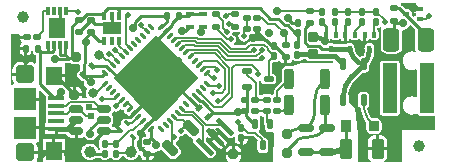
<source format=gtl>
G04 Layer_Physical_Order=1*
G04 Layer_Color=255*
%FSLAX25Y25*%
%MOIN*%
G70*
G01*
G75*
%ADD10C,0.01969*%
%ADD11C,0.01575*%
%ADD12C,0.00598*%
%ADD13C,0.00984*%
%ADD14C,0.01575*%
G04:AMPARAMS|DCode=15|XSize=23.62mil|YSize=47.24mil|CornerRadius=5.91mil|HoleSize=0mil|Usage=FLASHONLY|Rotation=90.000|XOffset=0mil|YOffset=0mil|HoleType=Round|Shape=RoundedRectangle|*
%AMROUNDEDRECTD15*
21,1,0.02362,0.03543,0,0,90.0*
21,1,0.01181,0.04724,0,0,90.0*
1,1,0.01181,0.01772,0.00591*
1,1,0.01181,0.01772,-0.00591*
1,1,0.01181,-0.01772,-0.00591*
1,1,0.01181,-0.01772,0.00591*
%
%ADD15ROUNDEDRECTD15*%
%ADD16R,0.02520X0.01772*%
G04:AMPARAMS|DCode=17|XSize=21.65mil|YSize=23.62mil|CornerRadius=5.41mil|HoleSize=0mil|Usage=FLASHONLY|Rotation=0.000|XOffset=0mil|YOffset=0mil|HoleType=Round|Shape=RoundedRectangle|*
%AMROUNDEDRECTD17*
21,1,0.02165,0.01280,0,0,0.0*
21,1,0.01083,0.02362,0,0,0.0*
1,1,0.01083,0.00541,-0.00640*
1,1,0.01083,-0.00541,-0.00640*
1,1,0.01083,-0.00541,0.00640*
1,1,0.01083,0.00541,0.00640*
%
%ADD17ROUNDEDRECTD17*%
G04:AMPARAMS|DCode=18|XSize=25.2mil|YSize=17.72mil|CornerRadius=4.43mil|HoleSize=0mil|Usage=FLASHONLY|Rotation=0.000|XOffset=0mil|YOffset=0mil|HoleType=Round|Shape=RoundedRectangle|*
%AMROUNDEDRECTD18*
21,1,0.02520,0.00886,0,0,0.0*
21,1,0.01634,0.01772,0,0,0.0*
1,1,0.00886,0.00817,-0.00443*
1,1,0.00886,-0.00817,-0.00443*
1,1,0.00886,-0.00817,0.00443*
1,1,0.00886,0.00817,0.00443*
%
%ADD18ROUNDEDRECTD18*%
G04:AMPARAMS|DCode=19|XSize=21.65mil|YSize=23.62mil|CornerRadius=5.41mil|HoleSize=0mil|Usage=FLASHONLY|Rotation=90.000|XOffset=0mil|YOffset=0mil|HoleType=Round|Shape=RoundedRectangle|*
%AMROUNDEDRECTD19*
21,1,0.02165,0.01280,0,0,90.0*
21,1,0.01083,0.02362,0,0,90.0*
1,1,0.01083,0.00640,0.00541*
1,1,0.01083,0.00640,-0.00541*
1,1,0.01083,-0.00640,-0.00541*
1,1,0.01083,-0.00640,0.00541*
%
%ADD19ROUNDEDRECTD19*%
G04:AMPARAMS|DCode=20|XSize=19.69mil|YSize=35.43mil|CornerRadius=4.92mil|HoleSize=0mil|Usage=FLASHONLY|Rotation=90.000|XOffset=0mil|YOffset=0mil|HoleType=Round|Shape=RoundedRectangle|*
%AMROUNDEDRECTD20*
21,1,0.01969,0.02559,0,0,90.0*
21,1,0.00984,0.03543,0,0,90.0*
1,1,0.00984,0.01280,0.00492*
1,1,0.00984,0.01280,-0.00492*
1,1,0.00984,-0.01280,-0.00492*
1,1,0.00984,-0.01280,0.00492*
%
%ADD20ROUNDEDRECTD20*%
G04:AMPARAMS|DCode=21|XSize=19.69mil|YSize=35.43mil|CornerRadius=4.92mil|HoleSize=0mil|Usage=FLASHONLY|Rotation=0.000|XOffset=0mil|YOffset=0mil|HoleType=Round|Shape=RoundedRectangle|*
%AMROUNDEDRECTD21*
21,1,0.01969,0.02559,0,0,0.0*
21,1,0.00984,0.03543,0,0,0.0*
1,1,0.00984,0.00492,-0.01280*
1,1,0.00984,-0.00492,-0.01280*
1,1,0.00984,-0.00492,0.01280*
1,1,0.00984,0.00492,0.01280*
%
%ADD21ROUNDEDRECTD21*%
G04:AMPARAMS|DCode=22|XSize=51.18mil|YSize=27.56mil|CornerRadius=6.89mil|HoleSize=0mil|Usage=FLASHONLY|Rotation=0.000|XOffset=0mil|YOffset=0mil|HoleType=Round|Shape=RoundedRectangle|*
%AMROUNDEDRECTD22*
21,1,0.05118,0.01378,0,0,0.0*
21,1,0.03740,0.02756,0,0,0.0*
1,1,0.01378,0.01870,-0.00689*
1,1,0.01378,-0.01870,-0.00689*
1,1,0.01378,-0.01870,0.00689*
1,1,0.01378,0.01870,0.00689*
%
%ADD22ROUNDEDRECTD22*%
G04:AMPARAMS|DCode=23|XSize=11.81mil|YSize=27.56mil|CornerRadius=2.95mil|HoleSize=0mil|Usage=FLASHONLY|Rotation=180.000|XOffset=0mil|YOffset=0mil|HoleType=Round|Shape=RoundedRectangle|*
%AMROUNDEDRECTD23*
21,1,0.01181,0.02165,0,0,180.0*
21,1,0.00591,0.02756,0,0,180.0*
1,1,0.00591,-0.00295,0.01083*
1,1,0.00591,0.00295,0.01083*
1,1,0.00591,0.00295,-0.01083*
1,1,0.00591,-0.00295,-0.01083*
%
%ADD23ROUNDEDRECTD23*%
%ADD24R,0.06299X0.03937*%
G04:AMPARAMS|DCode=25|XSize=29.53mil|YSize=57.09mil|CornerRadius=7.38mil|HoleSize=0mil|Usage=FLASHONLY|Rotation=225.000|XOffset=0mil|YOffset=0mil|HoleType=Round|Shape=RoundedRectangle|*
%AMROUNDEDRECTD25*
21,1,0.02953,0.04232,0,0,225.0*
21,1,0.01476,0.05709,0,0,225.0*
1,1,0.01476,-0.02018,0.00974*
1,1,0.01476,-0.00974,0.02018*
1,1,0.01476,0.02018,-0.00974*
1,1,0.01476,0.00974,-0.02018*
%
%ADD25ROUNDEDRECTD25*%
G04:AMPARAMS|DCode=26|XSize=11.81mil|YSize=29.53mil|CornerRadius=2.95mil|HoleSize=0mil|Usage=FLASHONLY|Rotation=0.000|XOffset=0mil|YOffset=0mil|HoleType=Round|Shape=RoundedRectangle|*
%AMROUNDEDRECTD26*
21,1,0.01181,0.02362,0,0,0.0*
21,1,0.00591,0.02953,0,0,0.0*
1,1,0.00591,0.00295,-0.01181*
1,1,0.00591,-0.00295,-0.01181*
1,1,0.00591,-0.00295,0.01181*
1,1,0.00591,0.00295,0.01181*
%
%ADD26ROUNDEDRECTD26*%
%ADD27R,0.05709X0.06890*%
G04:AMPARAMS|DCode=28|XSize=23.62mil|YSize=27.56mil|CornerRadius=5.91mil|HoleSize=0mil|Usage=FLASHONLY|Rotation=180.000|XOffset=0mil|YOffset=0mil|HoleType=Round|Shape=RoundedRectangle|*
%AMROUNDEDRECTD28*
21,1,0.02362,0.01575,0,0,180.0*
21,1,0.01181,0.02756,0,0,180.0*
1,1,0.01181,-0.00591,0.00787*
1,1,0.01181,0.00591,0.00787*
1,1,0.01181,0.00591,-0.00787*
1,1,0.01181,-0.00591,-0.00787*
%
%ADD28ROUNDEDRECTD28*%
G04:AMPARAMS|DCode=29|XSize=35.43mil|YSize=31.5mil|CornerRadius=7.87mil|HoleSize=0mil|Usage=FLASHONLY|Rotation=0.000|XOffset=0mil|YOffset=0mil|HoleType=Round|Shape=RoundedRectangle|*
%AMROUNDEDRECTD29*
21,1,0.03543,0.01575,0,0,0.0*
21,1,0.01969,0.03150,0,0,0.0*
1,1,0.01575,0.00984,-0.00787*
1,1,0.01575,-0.00984,-0.00787*
1,1,0.01575,-0.00984,0.00787*
1,1,0.01575,0.00984,0.00787*
%
%ADD29ROUNDEDRECTD29*%
G04:AMPARAMS|DCode=30|XSize=25.2mil|YSize=17.72mil|CornerRadius=4.43mil|HoleSize=0mil|Usage=FLASHONLY|Rotation=90.000|XOffset=0mil|YOffset=0mil|HoleType=Round|Shape=RoundedRectangle|*
%AMROUNDEDRECTD30*
21,1,0.02520,0.00886,0,0,90.0*
21,1,0.01634,0.01772,0,0,90.0*
1,1,0.00886,0.00443,0.00817*
1,1,0.00886,0.00443,-0.00817*
1,1,0.00886,-0.00443,-0.00817*
1,1,0.00886,-0.00443,0.00817*
%
%ADD30ROUNDEDRECTD30*%
G04:AMPARAMS|DCode=31|XSize=13.78mil|YSize=21.65mil|CornerRadius=3.45mil|HoleSize=0mil|Usage=FLASHONLY|Rotation=0.000|XOffset=0mil|YOffset=0mil|HoleType=Round|Shape=RoundedRectangle|*
%AMROUNDEDRECTD31*
21,1,0.01378,0.01476,0,0,0.0*
21,1,0.00689,0.02165,0,0,0.0*
1,1,0.00689,0.00345,-0.00738*
1,1,0.00689,-0.00345,-0.00738*
1,1,0.00689,-0.00345,0.00738*
1,1,0.00689,0.00345,0.00738*
%
%ADD31ROUNDEDRECTD31*%
G04:AMPARAMS|DCode=32|XSize=13.78mil|YSize=21.65mil|CornerRadius=3.45mil|HoleSize=0mil|Usage=FLASHONLY|Rotation=45.000|XOffset=0mil|YOffset=0mil|HoleType=Round|Shape=RoundedRectangle|*
%AMROUNDEDRECTD32*
21,1,0.01378,0.01476,0,0,45.0*
21,1,0.00689,0.02165,0,0,45.0*
1,1,0.00689,0.00766,-0.00278*
1,1,0.00689,0.00278,-0.00766*
1,1,0.00689,-0.00766,0.00278*
1,1,0.00689,-0.00278,0.00766*
%
%ADD32ROUNDEDRECTD32*%
G04:AMPARAMS|DCode=33|XSize=13.78mil|YSize=21.65mil|CornerRadius=3.45mil|HoleSize=0mil|Usage=FLASHONLY|Rotation=270.000|XOffset=0mil|YOffset=0mil|HoleType=Round|Shape=RoundedRectangle|*
%AMROUNDEDRECTD33*
21,1,0.01378,0.01476,0,0,270.0*
21,1,0.00689,0.02165,0,0,270.0*
1,1,0.00689,-0.00738,-0.00345*
1,1,0.00689,-0.00738,0.00345*
1,1,0.00689,0.00738,0.00345*
1,1,0.00689,0.00738,-0.00345*
%
%ADD33ROUNDEDRECTD33*%
%ADD34P,0.15033X4X270.0*%
%ADD35P,0.15033X4X360.0*%
G04:AMPARAMS|DCode=36|XSize=9.84mil|YSize=29.53mil|CornerRadius=0mil|HoleSize=0mil|Usage=FLASHONLY|Rotation=225.000|XOffset=0mil|YOffset=0mil|HoleType=Round|Shape=Round|*
%AMOVALD36*
21,1,0.01969,0.00984,0.00000,0.00000,315.0*
1,1,0.00984,-0.00696,0.00696*
1,1,0.00984,0.00696,-0.00696*
%
%ADD36OVALD36*%

G04:AMPARAMS|DCode=37|XSize=9.84mil|YSize=29.53mil|CornerRadius=0mil|HoleSize=0mil|Usage=FLASHONLY|Rotation=135.000|XOffset=0mil|YOffset=0mil|HoleType=Round|Shape=Round|*
%AMOVALD37*
21,1,0.01969,0.00984,0.00000,0.00000,225.0*
1,1,0.00984,0.00696,0.00696*
1,1,0.00984,-0.00696,-0.00696*
%
%ADD37OVALD37*%

G04:AMPARAMS|DCode=38|XSize=68.9mil|YSize=31.5mil|CornerRadius=7.87mil|HoleSize=0mil|Usage=FLASHONLY|Rotation=90.000|XOffset=0mil|YOffset=0mil|HoleType=Round|Shape=RoundedRectangle|*
%AMROUNDEDRECTD38*
21,1,0.06890,0.01575,0,0,90.0*
21,1,0.05315,0.03150,0,0,90.0*
1,1,0.01575,0.00787,0.02658*
1,1,0.01575,0.00787,-0.02658*
1,1,0.01575,-0.00787,-0.02658*
1,1,0.01575,-0.00787,0.02658*
%
%ADD38ROUNDEDRECTD38*%
G04:AMPARAMS|DCode=39|XSize=66.93mil|YSize=43.31mil|CornerRadius=10.83mil|HoleSize=0mil|Usage=FLASHONLY|Rotation=270.000|XOffset=0mil|YOffset=0mil|HoleType=Round|Shape=RoundedRectangle|*
%AMROUNDEDRECTD39*
21,1,0.06693,0.02165,0,0,270.0*
21,1,0.04528,0.04331,0,0,270.0*
1,1,0.02165,-0.01083,-0.02264*
1,1,0.02165,-0.01083,0.02264*
1,1,0.02165,0.01083,0.02264*
1,1,0.02165,0.01083,-0.02264*
%
%ADD39ROUNDEDRECTD39*%
G04:AMPARAMS|DCode=40|XSize=78.74mil|YSize=55.12mil|CornerRadius=13.78mil|HoleSize=0mil|Usage=FLASHONLY|Rotation=90.000|XOffset=0mil|YOffset=0mil|HoleType=Round|Shape=RoundedRectangle|*
%AMROUNDEDRECTD40*
21,1,0.07874,0.02756,0,0,90.0*
21,1,0.05118,0.05512,0,0,90.0*
1,1,0.02756,0.01378,0.02559*
1,1,0.02756,0.01378,-0.02559*
1,1,0.02756,-0.01378,-0.02559*
1,1,0.02756,-0.01378,0.02559*
%
%ADD40ROUNDEDRECTD40*%
G04:AMPARAMS|DCode=41|XSize=25.2mil|YSize=17.72mil|CornerRadius=4.43mil|HoleSize=0mil|Usage=FLASHONLY|Rotation=225.000|XOffset=0mil|YOffset=0mil|HoleType=Round|Shape=RoundedRectangle|*
%AMROUNDEDRECTD41*
21,1,0.02520,0.00886,0,0,225.0*
21,1,0.01634,0.01772,0,0,225.0*
1,1,0.00886,-0.00891,-0.00265*
1,1,0.00886,0.00265,0.00891*
1,1,0.00886,0.00891,0.00265*
1,1,0.00886,-0.00265,-0.00891*
%
%ADD41ROUNDEDRECTD41*%
G04:AMPARAMS|DCode=42|XSize=15.75mil|YSize=74.8mil|CornerRadius=3.94mil|HoleSize=0mil|Usage=FLASHONLY|Rotation=225.000|XOffset=0mil|YOffset=0mil|HoleType=Round|Shape=RoundedRectangle|*
%AMROUNDEDRECTD42*
21,1,0.01575,0.06693,0,0,225.0*
21,1,0.00787,0.07480,0,0,225.0*
1,1,0.00787,-0.02645,0.02088*
1,1,0.00787,-0.02088,0.02645*
1,1,0.00787,0.02645,-0.02088*
1,1,0.00787,0.02088,-0.02645*
%
%ADD42ROUNDEDRECTD42*%
G04:AMPARAMS|DCode=43|XSize=39.37mil|YSize=21.65mil|CornerRadius=5.41mil|HoleSize=0mil|Usage=FLASHONLY|Rotation=270.000|XOffset=0mil|YOffset=0mil|HoleType=Round|Shape=RoundedRectangle|*
%AMROUNDEDRECTD43*
21,1,0.03937,0.01083,0,0,270.0*
21,1,0.02854,0.02165,0,0,270.0*
1,1,0.01083,-0.00541,-0.01427*
1,1,0.01083,-0.00541,0.01427*
1,1,0.01083,0.00541,0.01427*
1,1,0.01083,0.00541,-0.01427*
%
%ADD43ROUNDEDRECTD43*%
G04:AMPARAMS|DCode=44|XSize=35.43mil|YSize=35.43mil|CornerRadius=8.86mil|HoleSize=0mil|Usage=FLASHONLY|Rotation=0.000|XOffset=0mil|YOffset=0mil|HoleType=Round|Shape=RoundedRectangle|*
%AMROUNDEDRECTD44*
21,1,0.03543,0.01772,0,0,0.0*
21,1,0.01772,0.03543,0,0,0.0*
1,1,0.01772,0.00886,-0.00886*
1,1,0.01772,-0.00886,-0.00886*
1,1,0.01772,-0.00886,0.00886*
1,1,0.01772,0.00886,0.00886*
%
%ADD44ROUNDEDRECTD44*%
G04:AMPARAMS|DCode=45|XSize=35.43mil|YSize=43.31mil|CornerRadius=8.86mil|HoleSize=0mil|Usage=FLASHONLY|Rotation=0.000|XOffset=0mil|YOffset=0mil|HoleType=Round|Shape=RoundedRectangle|*
%AMROUNDEDRECTD45*
21,1,0.03543,0.02559,0,0,0.0*
21,1,0.01772,0.04331,0,0,0.0*
1,1,0.01772,0.00886,-0.01280*
1,1,0.01772,-0.00886,-0.01280*
1,1,0.01772,-0.00886,0.01280*
1,1,0.01772,0.00886,0.01280*
%
%ADD45ROUNDEDRECTD45*%
G04:AMPARAMS|DCode=46|XSize=25.2mil|YSize=17.72mil|CornerRadius=4.43mil|HoleSize=0mil|Usage=FLASHONLY|Rotation=135.000|XOffset=0mil|YOffset=0mil|HoleType=Round|Shape=RoundedRectangle|*
%AMROUNDEDRECTD46*
21,1,0.02520,0.00886,0,0,135.0*
21,1,0.01634,0.01772,0,0,135.0*
1,1,0.00886,-0.00265,0.00891*
1,1,0.00886,0.00891,-0.00265*
1,1,0.00886,0.00265,-0.00891*
1,1,0.00886,-0.00891,0.00265*
%
%ADD46ROUNDEDRECTD46*%
%ADD47R,0.07480X0.07480*%
%ADD48R,0.05512X0.06299*%
%ADD49R,0.05512X0.01575*%
%ADD50R,0.04882X0.16693*%
%ADD51R,0.04882X0.16732*%
G04:AMPARAMS|DCode=52|XSize=31.5mil|YSize=31.5mil|CornerRadius=7.87mil|HoleSize=0mil|Usage=FLASHONLY|Rotation=0.000|XOffset=0mil|YOffset=0mil|HoleType=Round|Shape=RoundedRectangle|*
%AMROUNDEDRECTD52*
21,1,0.03150,0.01575,0,0,0.0*
21,1,0.01575,0.03150,0,0,0.0*
1,1,0.01575,0.00787,-0.00787*
1,1,0.01575,-0.00787,-0.00787*
1,1,0.01575,-0.00787,0.00787*
1,1,0.01575,0.00787,0.00787*
%
%ADD52ROUNDEDRECTD52*%
%ADD53C,0.03150*%
G04:AMPARAMS|DCode=54|XSize=31.5mil|YSize=31.5mil|CornerRadius=7.87mil|HoleSize=0mil|Usage=FLASHONLY|Rotation=90.000|XOffset=0mil|YOffset=0mil|HoleType=Round|Shape=RoundedRectangle|*
%AMROUNDEDRECTD54*
21,1,0.03150,0.01575,0,0,90.0*
21,1,0.01575,0.03150,0,0,90.0*
1,1,0.01575,0.00787,0.00787*
1,1,0.01575,0.00787,-0.00787*
1,1,0.01575,-0.00787,-0.00787*
1,1,0.01575,-0.00787,0.00787*
%
%ADD54ROUNDEDRECTD54*%
%ADD55C,0.03937*%
G04:AMPARAMS|DCode=56|XSize=62.99mil|YSize=62.99mil|CornerRadius=15.75mil|HoleSize=0mil|Usage=FLASHONLY|Rotation=0.000|XOffset=0mil|YOffset=0mil|HoleType=Round|Shape=RoundedRectangle|*
%AMROUNDEDRECTD56*
21,1,0.06299,0.03150,0,0,0.0*
21,1,0.03150,0.06299,0,0,0.0*
1,1,0.03150,0.01575,-0.01575*
1,1,0.03150,-0.01575,-0.01575*
1,1,0.03150,-0.01575,0.01575*
1,1,0.03150,0.01575,0.01575*
%
%ADD56ROUNDEDRECTD56*%
%ADD57C,0.02756*%
%ADD58C,0.02441*%
%ADD59C,0.01969*%
G36*
X21010Y-20722D02*
X21531Y-21070D01*
X22146Y-21192D01*
X23720D01*
X23905Y-21156D01*
X24292Y-21473D01*
Y-22884D01*
X23976Y-23095D01*
X23349Y-23721D01*
X23077Y-24128D01*
X22982Y-24608D01*
X23077Y-25088D01*
X23349Y-25495D01*
X24505Y-26651D01*
X24912Y-26923D01*
X25365Y-27013D01*
X25495Y-27143D01*
X25451Y-27363D01*
X25619Y-28208D01*
X26098Y-28925D01*
X26423Y-29142D01*
X26520Y-29632D01*
X26220Y-30082D01*
X26037Y-31004D01*
X26220Y-31926D01*
X26410Y-32211D01*
X26175Y-32652D01*
X25057D01*
X24739Y-32265D01*
X24756Y-32185D01*
Y-31898D01*
X22146D01*
Y-31398D01*
X21646D01*
Y-28788D01*
X21358D01*
X20661Y-28927D01*
X20070Y-29322D01*
X19578Y-29158D01*
X19375Y-28854D01*
X19209Y-28743D01*
Y-25598D01*
X15453D01*
Y-24598D01*
X19209D01*
Y-20983D01*
X20134D01*
X20633Y-20884D01*
X20906Y-20701D01*
X21010Y-20722D01*
D02*
G37*
G36*
X1193Y-11220D02*
Y-11220D01*
X3900D01*
X4217Y-11607D01*
X4186Y-11762D01*
Y-11803D01*
X6398D01*
Y-12803D01*
X4186D01*
Y-12844D01*
X4306Y-13446D01*
X4647Y-13956D01*
X4447Y-14424D01*
X4222Y-14762D01*
X4109Y-15325D01*
Y-15642D01*
X6024D01*
Y-16142D01*
X6524D01*
Y-18418D01*
X7029Y-18318D01*
X7507Y-17999D01*
X7826Y-17522D01*
X7938Y-16959D01*
X8421D01*
X8516Y-17439D01*
X8788Y-17846D01*
X9195Y-18118D01*
X9424Y-18163D01*
Y-20821D01*
X8924Y-21068D01*
X8680Y-20881D01*
X8054Y-20621D01*
X7382Y-20533D01*
X6307D01*
Y-24705D01*
X5807D01*
Y-25205D01*
X1635D01*
Y-26280D01*
X1724Y-26952D01*
X1978Y-27565D01*
X1975Y-27596D01*
X1748Y-28062D01*
X1400Y-28103D01*
X1035Y-27746D01*
X1133Y-11220D01*
X1193Y-11220D01*
D02*
G37*
G36*
X46729Y-41997D02*
X45028Y-43698D01*
X45098Y-43745D01*
X45680Y-43861D01*
X45789Y-43839D01*
X45867Y-44231D01*
X46150Y-44654D01*
X46177Y-45229D01*
X45951Y-45468D01*
X45738D01*
X45258Y-45564D01*
X44851Y-45835D01*
X44579Y-46242D01*
X44484Y-46722D01*
Y-47608D01*
X44579Y-48088D01*
X44851Y-48495D01*
X45258Y-48767D01*
X45738Y-48863D01*
Y-49346D01*
X45175Y-49458D01*
X44698Y-49777D01*
X44392Y-50235D01*
X44346Y-50242D01*
X43872Y-50118D01*
X43827Y-49773D01*
X43549Y-49102D01*
X43107Y-48527D01*
X43034Y-48471D01*
Y-47038D01*
X43508Y-46564D01*
X43758Y-46189D01*
X43846Y-45748D01*
X43758Y-45306D01*
X43508Y-44932D01*
X43017Y-44441D01*
X43043Y-43760D01*
X43816Y-42986D01*
X44237Y-43075D01*
X46022Y-41290D01*
X46729Y-41997D01*
D02*
G37*
G36*
X37798Y-36302D02*
X38221Y-36585D01*
X38720Y-36684D01*
X38808Y-36772D01*
X38907Y-37271D01*
X39190Y-37694D01*
X39613Y-37977D01*
X40005Y-38055D01*
X39983Y-38164D01*
X40099Y-38746D01*
X40109Y-38762D01*
X39988Y-38968D01*
X39779Y-39167D01*
X39421Y-39096D01*
X38979Y-39184D01*
X38605Y-39434D01*
X38118Y-39921D01*
X37867Y-40295D01*
X37780Y-40737D01*
X37349Y-41137D01*
X37194Y-41106D01*
X36669Y-41210D01*
X36356Y-41419D01*
X37826Y-42889D01*
X37119Y-43596D01*
X35624Y-42101D01*
X35065D01*
X34944Y-41920D01*
X34753Y-41446D01*
X35058Y-40990D01*
X35165Y-40453D01*
Y-39272D01*
X35058Y-38734D01*
X34753Y-38278D01*
X34699Y-38242D01*
Y-37742D01*
X34753Y-37706D01*
X35024Y-37301D01*
X35334Y-36907D01*
X36025Y-37044D01*
X36717Y-36907D01*
X37303Y-36515D01*
X37445Y-36302D01*
X37798D01*
D02*
G37*
G36*
X93217Y-20890D02*
X93533D01*
X94096Y-20778D01*
X94574Y-20460D01*
X94768Y-20169D01*
X94914Y-19984D01*
X95393Y-20031D01*
X95495Y-20100D01*
X96014Y-20203D01*
X97097D01*
X97615Y-20100D01*
X98054Y-19806D01*
X98312Y-19421D01*
X99538D01*
X99750Y-19738D01*
X100271Y-20086D01*
X100886Y-20208D01*
X101822D01*
X101870Y-20218D01*
X108413D01*
X108551Y-20405D01*
X108352Y-20777D01*
X108269Y-20866D01*
X108041Y-20866D01*
X108040Y-20866D01*
X108040Y-20866D01*
X107540Y-20866D01*
X98290Y-20866D01*
X97760Y-20866D01*
X96722Y-21073D01*
X95743Y-21478D01*
X95107Y-21903D01*
X94685Y-21820D01*
X93110D01*
X92496Y-21942D01*
X91975Y-22290D01*
X91627Y-22811D01*
X91505Y-23425D01*
Y-26909D01*
X88980Y-29433D01*
X88740Y-29792D01*
X88656Y-30217D01*
Y-31366D01*
X88606Y-31376D01*
X88166Y-31670D01*
X88015D01*
X87576Y-31376D01*
X87057Y-31273D01*
X85778D01*
X85259Y-31376D01*
X84820Y-31670D01*
X84799Y-31701D01*
X84302D01*
X83893Y-31328D01*
Y-29889D01*
X83893Y-29888D01*
Y-27592D01*
X83809Y-27168D01*
X84010Y-26656D01*
X84465Y-26883D01*
X84523Y-27172D01*
X84806Y-27596D01*
X85229Y-27878D01*
X85728Y-27978D01*
X88287D01*
X88787Y-27878D01*
X89210Y-27596D01*
X89493Y-27172D01*
X89592Y-26673D01*
Y-25689D01*
X89493Y-25190D01*
X89210Y-24767D01*
X88787Y-24484D01*
X88287Y-24384D01*
X88116D01*
Y-20833D01*
X88352Y-20597D01*
X89321D01*
X89839Y-20494D01*
X90279Y-20200D01*
X90783Y-20345D01*
X90859Y-20460D01*
X91337Y-20778D01*
X91900Y-20890D01*
X92216D01*
Y-18976D01*
X93217D01*
Y-20890D01*
D02*
G37*
G36*
X135926Y-9821D02*
X135784Y-10531D01*
Y-15650D01*
X135952Y-16494D01*
X136175Y-16828D01*
X135844Y-17232D01*
X135541Y-17106D01*
X134744Y-17001D01*
X133948Y-17106D01*
X133205Y-17414D01*
X132568Y-17903D01*
X132079Y-18540D01*
X131772Y-19282D01*
X131667Y-20079D01*
X131772Y-20875D01*
X132079Y-21618D01*
X132568Y-22255D01*
X133205Y-22744D01*
X133948Y-23052D01*
X134744Y-23156D01*
X135541Y-23052D01*
X136059Y-22837D01*
X136559Y-23121D01*
Y-31997D01*
X136059Y-32282D01*
X135541Y-32067D01*
X134744Y-31962D01*
X133948Y-32067D01*
X133205Y-32374D01*
X132568Y-32863D01*
X132079Y-33501D01*
X131772Y-34243D01*
X131667Y-35039D01*
X131772Y-35836D01*
X132079Y-36578D01*
X132568Y-37216D01*
X133205Y-37705D01*
X133948Y-38012D01*
X134744Y-38117D01*
X135541Y-38012D01*
X136091Y-37784D01*
X136500Y-37863D01*
X136704Y-38012D01*
X136795Y-38146D01*
X137055Y-38320D01*
X137362Y-38382D01*
X142244D01*
X142323Y-38446D01*
Y-43173D01*
X131398Y-43255D01*
Y-53780D01*
X130955Y-53918D01*
X125699D01*
X125548Y-53418D01*
X125911Y-53175D01*
X126371Y-52486D01*
X126533Y-51673D01*
Y-49910D01*
X123327D01*
X120121D01*
Y-51673D01*
X120282Y-52486D01*
X120743Y-53175D01*
X121106Y-53418D01*
X120954Y-53918D01*
X116683D01*
Y-44636D01*
X115847Y-35910D01*
X113707Y-33955D01*
Y-31742D01*
X113604Y-31224D01*
X113522Y-31101D01*
X113557Y-30748D01*
X114036Y-29170D01*
X114814Y-27715D01*
X115814Y-26495D01*
X115875Y-26454D01*
X118190Y-24140D01*
X119242D01*
X119761Y-24037D01*
X120200Y-23743D01*
X120494Y-23304D01*
X120597Y-22785D01*
Y-21579D01*
X120837Y-21286D01*
X121576Y-19903D01*
X122032Y-18402D01*
X122185Y-16841D01*
X122178D01*
Y-16160D01*
X122071Y-15622D01*
Y-15422D01*
X121983Y-14980D01*
X121732Y-14606D01*
X121358Y-14356D01*
X120916Y-14268D01*
X120228D01*
X119786Y-14356D01*
X119412Y-14606D01*
X119161Y-14980D01*
X119073Y-15422D01*
Y-15622D01*
X118966Y-16160D01*
Y-16841D01*
X118980Y-16907D01*
X118825Y-18084D01*
X118621Y-18576D01*
X118159D01*
X117641Y-18679D01*
X117324Y-18891D01*
X116450Y-18018D01*
X116441Y-18012D01*
X116030Y-17475D01*
X115838Y-17013D01*
X115729Y-16547D01*
X115681Y-16160D01*
X115573Y-15622D01*
Y-15422D01*
X115486Y-14980D01*
X115235Y-14606D01*
X114861Y-14356D01*
X114419Y-14268D01*
X113730D01*
X113289Y-14356D01*
X113019Y-14536D01*
X108859D01*
X108562Y-14337D01*
X108120Y-14250D01*
X107431D01*
X106989Y-14337D01*
X106615Y-14588D01*
X106470Y-14805D01*
X105226D01*
X104647Y-14225D01*
X104369Y-14040D01*
X104538Y-13788D01*
X104592Y-13515D01*
X105145Y-13297D01*
X105332Y-13422D01*
X105701Y-13495D01*
Y-11417D01*
X106701D01*
Y-13495D01*
X107070Y-13422D01*
X107515Y-13125D01*
X107603Y-12993D01*
X108184Y-12972D01*
X108210Y-12985D01*
X108564Y-13222D01*
X109006Y-13310D01*
X109695D01*
X110136Y-13222D01*
X110483Y-12990D01*
X110523Y-12972D01*
X111092Y-13002D01*
X111186Y-13144D01*
X111631Y-13441D01*
X112000Y-13514D01*
Y-11436D01*
X113000D01*
Y-13514D01*
X113369Y-13441D01*
X113814Y-13144D01*
X113902Y-13012D01*
X114484Y-12990D01*
X114509Y-13003D01*
X114864Y-13240D01*
X115305Y-13328D01*
X115994D01*
X116436Y-13240D01*
X116810Y-12990D01*
X116918Y-12829D01*
X116997Y-12807D01*
X117485Y-12847D01*
X117683Y-13144D01*
X118128Y-13441D01*
X118497Y-13514D01*
Y-11436D01*
X119497D01*
Y-13514D01*
X119866Y-13441D01*
X120311Y-13144D01*
X120399Y-13012D01*
X120981Y-12990D01*
X121006Y-13003D01*
X121361Y-13240D01*
X121802Y-13328D01*
X122491D01*
X122933Y-13240D01*
X123307Y-12990D01*
X123557Y-12616D01*
X123645Y-12174D01*
Y-10698D01*
X123557Y-10256D01*
X123307Y-9882D01*
X123255Y-9847D01*
Y-9279D01*
X123327D01*
X123845Y-9175D01*
X124153Y-8969D01*
X124417Y-9036D01*
X124603Y-9585D01*
X124535Y-9687D01*
X124367Y-10531D01*
Y-15650D01*
X124535Y-16494D01*
X125014Y-17211D01*
X125730Y-17689D01*
X126575Y-17857D01*
X129331D01*
X130176Y-17689D01*
X130892Y-17211D01*
X131370Y-16494D01*
X131538Y-15650D01*
Y-10531D01*
X131475Y-10213D01*
X131896Y-9787D01*
X132741Y-9619D01*
X133457Y-9140D01*
X133890Y-8493D01*
X134417Y-8313D01*
X135926Y-9821D01*
D02*
G37*
G36*
X83571Y-11660D02*
X83711D01*
X84312Y-11541D01*
X84611Y-11341D01*
X85111Y-11599D01*
Y-11614D01*
X85218Y-12152D01*
X85522Y-12608D01*
X85978Y-12912D01*
X86516Y-13019D01*
X86725D01*
X86983Y-13507D01*
X86833Y-13824D01*
X86663Y-13882D01*
X86367Y-13914D01*
X86308Y-13899D01*
X86051Y-13728D01*
X85627Y-13643D01*
X84550D01*
X84546Y-13643D01*
X80913D01*
X80489Y-13727D01*
X80129Y-13967D01*
X79148Y-14949D01*
X75476D01*
X75324Y-14449D01*
X75592Y-14270D01*
X75984Y-13684D01*
X76121Y-12993D01*
X75984Y-12302D01*
X75592Y-11716D01*
X75250Y-11487D01*
X74852Y-11183D01*
X74989Y-10492D01*
X75034Y-10437D01*
X76506D01*
X76955Y-10348D01*
X77127Y-10458D01*
X77388Y-10674D01*
X77385Y-10755D01*
X77075Y-11219D01*
X76938Y-11910D01*
X77075Y-12601D01*
X77467Y-13187D01*
X78053Y-13579D01*
X78744Y-13716D01*
X79435Y-13579D01*
X80021Y-13187D01*
X80413Y-12601D01*
X80550Y-11910D01*
X80454Y-11426D01*
X80883Y-11340D01*
X81250Y-11095D01*
X81320Y-11200D01*
X81830Y-11541D01*
X82431Y-11660D01*
X82571D01*
Y-9547D01*
X83571D01*
Y-11660D01*
D02*
G37*
G36*
X136147Y-1484D02*
X135899Y-1650D01*
X135602Y-2095D01*
X135528Y-2464D01*
X137606D01*
Y-3464D01*
X135528D01*
X135602Y-3833D01*
X135899Y-4278D01*
X136031Y-4366D01*
X136052Y-4947D01*
X136039Y-4973D01*
X135813Y-5311D01*
X135799Y-5328D01*
X135264Y-5469D01*
X134758Y-4964D01*
X134774Y-4883D01*
Y-4194D01*
X134686Y-3753D01*
X134436Y-3378D01*
X134062Y-3128D01*
X133620Y-3040D01*
X132834D01*
X131505Y-1711D01*
X131166Y-1484D01*
X131206Y-1098D01*
X131249Y-984D01*
X135995D01*
X136147Y-1484D01*
D02*
G37*
G36*
X12697Y-31766D02*
Y-36713D01*
Y-41028D01*
X12484D01*
Y-42315D01*
X16240D01*
Y-42815D01*
X16740D01*
Y-44602D01*
X19621D01*
X19663Y-44813D01*
X20015Y-45340D01*
X20541Y-45691D01*
X21161Y-45815D01*
X22433D01*
Y-43602D01*
X23433D01*
Y-45815D01*
X24705D01*
X25325Y-45691D01*
X25670Y-45461D01*
X25999Y-45953D01*
X26715Y-46432D01*
X27560Y-46600D01*
X28405Y-46432D01*
X29122Y-45953D01*
X29389Y-45553D01*
X29596Y-45691D01*
X30217Y-45815D01*
X30536D01*
X30765Y-46315D01*
X30589Y-46578D01*
X30486Y-47096D01*
Y-48376D01*
X30589Y-48894D01*
X30883Y-49334D01*
X30726Y-49689D01*
X30647Y-49778D01*
X30061D01*
X30047Y-49674D01*
X29769Y-49004D01*
X29328Y-48428D01*
X28752Y-47987D01*
X28082Y-47709D01*
X27362Y-47614D01*
X26643Y-47709D01*
X25972Y-47987D01*
X25397Y-48428D01*
X24955Y-49004D01*
X24677Y-49674D01*
X24582Y-50394D01*
X24677Y-51113D01*
X24955Y-51784D01*
X25397Y-52359D01*
X25972Y-52801D01*
X26643Y-53079D01*
X27362Y-53173D01*
X28082Y-53079D01*
X28752Y-52801D01*
X29291Y-52387D01*
X30687D01*
X30883Y-52680D01*
X31322Y-52974D01*
X31841Y-53077D01*
X32923D01*
X33442Y-52974D01*
X33881Y-52680D01*
X33951Y-52575D01*
X34553D01*
X34623Y-52680D01*
X35062Y-52974D01*
X35581Y-53077D01*
X36663D01*
X37182Y-52974D01*
X37621Y-52680D01*
X37915Y-52241D01*
X37984Y-51895D01*
X38745D01*
X39176Y-52458D01*
X39752Y-52899D01*
X40422Y-53177D01*
X41142Y-53272D01*
X41861Y-53177D01*
X42531Y-52899D01*
X43107Y-52458D01*
X43549Y-51882D01*
X43767Y-51356D01*
X44267Y-51455D01*
Y-51703D01*
X44379Y-52266D01*
X44698Y-52743D01*
X45175Y-53062D01*
X45738Y-53174D01*
X46055D01*
Y-51260D01*
X46555D01*
Y-50760D01*
X48849D01*
X48852Y-50727D01*
X49233Y-50403D01*
X49412Y-50438D01*
X50257Y-50270D01*
X50973Y-49792D01*
X51322Y-49758D01*
X54059Y-52494D01*
X54563Y-52831D01*
X55159Y-52950D01*
X55754Y-52831D01*
X56259Y-52494D01*
X57302Y-51450D01*
X57640Y-50946D01*
X57758Y-50350D01*
X57640Y-49755D01*
X57302Y-49250D01*
X56028Y-47976D01*
Y-47092D01*
X56076Y-47083D01*
X56662Y-46691D01*
X57054Y-46105D01*
X57191Y-45414D01*
X57440Y-45165D01*
X57677Y-45212D01*
X58368Y-45074D01*
X58955Y-44683D01*
X59090Y-44480D01*
X59734Y-44417D01*
X60935Y-45618D01*
X61440Y-45955D01*
X61475Y-45962D01*
X61815Y-46540D01*
X61796Y-46638D01*
X61887Y-47098D01*
X62148Y-47489D01*
X66881Y-52222D01*
X67272Y-52483D01*
X67733Y-52574D01*
X68193Y-52483D01*
X68584Y-52222D01*
X69141Y-51665D01*
X69402Y-51274D01*
X69494Y-50813D01*
X69402Y-50353D01*
X69141Y-49962D01*
X66155Y-46977D01*
Y-45775D01*
X66618Y-45583D01*
X67348Y-46314D01*
X68632Y-45031D01*
X69915Y-43748D01*
X69184Y-43017D01*
X69375Y-42555D01*
X70577D01*
X73562Y-45540D01*
X73953Y-45801D01*
X74414Y-45893D01*
X74875Y-45801D01*
X75265Y-45540D01*
X75340Y-45466D01*
X75840Y-45673D01*
Y-46506D01*
X75960Y-47107D01*
X76300Y-47617D01*
X76810Y-47958D01*
X77412Y-48077D01*
X77453D01*
Y-45866D01*
X77953D01*
Y-45366D01*
X80152D01*
X80190Y-45223D01*
X80540Y-45212D01*
X82021D01*
X83348Y-46539D01*
X83342Y-46548D01*
X83243Y-47047D01*
Y-49606D01*
X83342Y-50106D01*
X83625Y-50529D01*
X84048Y-50812D01*
X84547Y-50911D01*
X85532D01*
X86031Y-50812D01*
X86454Y-50529D01*
X86737Y-50106D01*
X86836Y-49606D01*
Y-47047D01*
X86737Y-46548D01*
X86454Y-46125D01*
X86031Y-45842D01*
X85724Y-45781D01*
X83849Y-43906D01*
X83895Y-43442D01*
X84178Y-43019D01*
X84277Y-42520D01*
Y-39961D01*
X84178Y-39461D01*
X84014Y-39217D01*
X84049Y-38661D01*
X84088Y-38566D01*
X84176Y-38507D01*
X84197Y-38476D01*
X84799D01*
X84820Y-38507D01*
X85259Y-38801D01*
X85309Y-38811D01*
Y-40453D01*
X85394Y-40877D01*
X85634Y-41236D01*
X85802Y-41404D01*
Y-42520D01*
X85901Y-43019D01*
X86184Y-43442D01*
X86607Y-43725D01*
X87106Y-43824D01*
X88091D01*
X88211Y-43800D01*
X88706Y-44203D01*
X88583Y-53918D01*
X77283D01*
X77131Y-53418D01*
X77371Y-53257D01*
X77766Y-52666D01*
X77905Y-51968D01*
Y-51681D01*
X72685D01*
Y-51968D01*
X72824Y-52666D01*
X73219Y-53257D01*
X73460Y-53418D01*
X73308Y-53918D01*
X19209D01*
Y-50795D01*
X11697D01*
Y-53918D01*
X9929D01*
X9691Y-53418D01*
X9890Y-52936D01*
X9979Y-52264D01*
Y-51189D01*
X5807D01*
Y-50189D01*
X9979D01*
Y-49114D01*
X9890Y-48442D01*
X9631Y-47816D01*
X9513Y-47661D01*
X9759Y-47161D01*
X10547D01*
Y-42921D01*
X5807D01*
Y-41921D01*
X10547D01*
Y-37713D01*
Y-33472D01*
X5807D01*
Y-32473D01*
X10547D01*
Y-30270D01*
X11009Y-30079D01*
X12697Y-31766D01*
D02*
G37*
%LPC*%
G36*
X22933Y-28788D02*
X22646D01*
Y-30898D01*
X24756D01*
Y-30610D01*
X24617Y-29913D01*
X24222Y-29322D01*
X23630Y-28927D01*
X22933Y-28788D01*
D02*
G37*
G36*
X5524Y-16642D02*
X4109D01*
Y-16959D01*
X4222Y-17522D01*
X4540Y-17999D01*
X5018Y-18318D01*
X5524Y-18418D01*
Y-16642D01*
D02*
G37*
G36*
X5307Y-20533D02*
X4232D01*
X3560Y-20621D01*
X2934Y-20881D01*
X2396Y-21294D01*
X1983Y-21831D01*
X1724Y-22458D01*
X1635Y-23130D01*
Y-24205D01*
X5307D01*
Y-20533D01*
D02*
G37*
G36*
X122827Y-45022D02*
X122244D01*
X121432Y-45184D01*
X120743Y-45644D01*
X120282Y-46333D01*
X120121Y-47146D01*
Y-48910D01*
X122827D01*
Y-45022D01*
D02*
G37*
G36*
X124409D02*
X123827D01*
Y-48910D01*
X126533D01*
Y-47146D01*
X126371Y-46333D01*
X125911Y-45644D01*
X125222Y-45184D01*
X124409Y-45022D01*
D02*
G37*
G36*
X129882Y-20083D02*
X125000D01*
X124693Y-20144D01*
X124432Y-20318D01*
X124258Y-20579D01*
X124197Y-20886D01*
Y-37579D01*
X124258Y-37886D01*
X124432Y-38146D01*
X124693Y-38320D01*
X125000Y-38382D01*
X129882D01*
X130189Y-38320D01*
X130450Y-38146D01*
X130624Y-37886D01*
X130685Y-37579D01*
Y-20886D01*
X130624Y-20579D01*
X130450Y-20318D01*
X130189Y-20144D01*
X129882Y-20083D01*
D02*
G37*
G36*
X119242Y-30387D02*
X118159D01*
X117641Y-30490D01*
X117201Y-30784D01*
X116908Y-31224D01*
X116805Y-31742D01*
Y-34596D01*
X116908Y-35115D01*
X117201Y-35554D01*
X117641Y-35848D01*
X117699Y-35860D01*
X117717Y-36082D01*
X118124Y-37779D01*
X118792Y-39391D01*
X118907Y-39578D01*
X119615Y-40734D01*
X119554Y-41043D01*
Y-42815D01*
X119684Y-43468D01*
X120054Y-44021D01*
X120607Y-44391D01*
X121260Y-44521D01*
X123032D01*
X123684Y-44391D01*
X124238Y-44021D01*
X124608Y-43468D01*
X124738Y-42815D01*
Y-41043D01*
X124608Y-40390D01*
X124238Y-39837D01*
X123684Y-39467D01*
X123032Y-39337D01*
X121334D01*
X121295Y-39290D01*
X120884Y-38521D01*
X120473Y-37750D01*
X119966Y-36080D01*
X119932Y-35734D01*
X120200Y-35554D01*
X120494Y-35115D01*
X120597Y-34596D01*
Y-31742D01*
X120494Y-31224D01*
X120200Y-30784D01*
X119761Y-30490D01*
X119242Y-30387D01*
D02*
G37*
G36*
X19209Y-46146D02*
X15953D01*
Y-49795D01*
X19209D01*
Y-46146D01*
D02*
G37*
G36*
X68985Y-46092D02*
X68056Y-47022D01*
X70068Y-49034D01*
X70529Y-49342D01*
X71073Y-49450D01*
X71617Y-49342D01*
X71988Y-49095D01*
X68985Y-46092D01*
D02*
G37*
G36*
X14953Y-46146D02*
X11697D01*
Y-49795D01*
X14953D01*
Y-46146D01*
D02*
G37*
G36*
X48832Y-51760D02*
X47055D01*
Y-53174D01*
X47372D01*
X47935Y-53062D01*
X48412Y-52743D01*
X48731Y-52266D01*
X48832Y-51760D01*
D02*
G37*
G36*
X74795Y-48571D02*
X74508D01*
X73810Y-48710D01*
X73219Y-49105D01*
X72824Y-49696D01*
X72685Y-50394D01*
Y-50681D01*
X74795D01*
Y-48571D01*
D02*
G37*
G36*
X76083D02*
X75795D01*
Y-50681D01*
X77905D01*
Y-50394D01*
X77766Y-49696D01*
X77371Y-49105D01*
X76780Y-48710D01*
X76083Y-48571D01*
D02*
G37*
G36*
X80066Y-46366D02*
X78453D01*
Y-48077D01*
X78494D01*
X79096Y-47958D01*
X79605Y-47617D01*
X79946Y-47107D01*
X80066Y-46506D01*
Y-46366D01*
D02*
G37*
G36*
X70622Y-44455D02*
X69692Y-45385D01*
X72695Y-48387D01*
X72943Y-48017D01*
X73051Y-47473D01*
X72943Y-46929D01*
X72635Y-46468D01*
X70622Y-44455D01*
D02*
G37*
G36*
X15740Y-43315D02*
X12484D01*
Y-44602D01*
X15740D01*
Y-43315D01*
D02*
G37*
%LPD*%
D10*
X108366Y-50591D02*
G03*
X112660Y-48812I0J6072D01*
G01*
D11*
X111811Y-21358D02*
D03*
D12*
X118701Y-34342D02*
G03*
X119882Y-39057I10000J0D01*
G01*
D02*
G03*
X121630Y-41413I8819J4715D01*
G01*
X32761Y-19797D02*
X33577D01*
X31271Y-18307D02*
X32761Y-19797D01*
X30512Y-18307D02*
X31271D01*
X23744Y-33760D02*
X28642D01*
X23632Y-33872D02*
X23744Y-33760D01*
X28642D02*
X31004Y-36122D01*
X26123Y-38583D02*
X27756D01*
X23662Y-36122D02*
X26123Y-38583D01*
X22933Y-36122D02*
X23662D01*
X31004D02*
X31988D01*
X31339Y-32871D02*
X31343Y-32876D01*
X31339Y-32871D02*
X31496D01*
X33577Y-19797D02*
X35241Y-21460D01*
X19390Y-3543D02*
X23425D01*
X39457Y-14541D02*
Y-5523D01*
X40256Y-4724D01*
X34477Y-17913D02*
X36632Y-20068D01*
X33760Y-17913D02*
X34477D01*
X35925Y-16577D02*
Y-16437D01*
X37303Y-15151D02*
Y-13378D01*
Y-15151D02*
X39416Y-17265D01*
X35925Y-16577D02*
X38024Y-18677D01*
X39416Y-17285D02*
Y-17265D01*
X29767Y-30413D02*
X32457Y-27724D01*
X28248Y-30413D02*
X29767D01*
X63775Y-21460D02*
X65052Y-20184D01*
X69777D01*
X67840Y-22165D02*
X69283D01*
X67831Y-22157D02*
X67840Y-22165D01*
X66679Y-22157D02*
X67831D01*
X66671Y-22165D02*
X66679Y-22157D01*
X65854Y-22165D02*
X66671D01*
X69283D02*
X70355Y-23238D01*
X65167Y-22852D02*
X65854Y-22165D01*
X69390Y-9363D02*
Y-8740D01*
X71782Y-9092D02*
Y-7038D01*
X69390Y-4646D02*
X71782Y-7038D01*
X74833Y-7884D02*
X75689Y-8740D01*
X73666Y-7884D02*
X74833D01*
X73606Y-4646D02*
X75689D01*
X72937Y-5315D02*
X73606Y-4646D01*
X72267Y-5315D02*
X72937D01*
X72169Y-5414D02*
X72267Y-5315D01*
X76772Y-41339D02*
Y-40551D01*
X82785Y-33268D02*
Y-29888D01*
X82785Y-29888D01*
X104351Y-3563D02*
X104725Y-3937D01*
X100660Y-3563D02*
X104351D01*
X108760Y-3938D02*
X117421D01*
X108760Y-3937D02*
X108760Y-3938D01*
X108760Y-3937D02*
X108996D01*
X108366D02*
X108760D01*
X117421Y-3937D02*
X122785D01*
X122785Y-3938D02*
X122930D01*
X125695Y-6703D01*
Y-7284D02*
Y-6703D01*
X86942Y-7785D02*
X89183D01*
X84964Y-5807D02*
X86942Y-7785D01*
X83071Y-5807D02*
X84964D01*
X40689Y-43267D02*
X41968D01*
X36220Y-47736D02*
X40689Y-43267D01*
X32480Y-47736D02*
X36220D01*
X55355Y-45414D02*
X55385D01*
X57677Y-43406D02*
X58583Y-42500D01*
X64714Y-31447D02*
X64843D01*
X76772Y-41339D02*
X77953Y-42520D01*
X78609D01*
X80193Y-44104D01*
X82480D01*
X85039Y-46663D01*
Y-48327D02*
Y-46663D01*
X54920Y-49376D02*
Y-41140D01*
X55118Y-45177D02*
X55355Y-45414D01*
X61061Y-42500D02*
Y-42448D01*
X58490Y-39878D02*
X61061Y-42448D01*
X58583Y-42500D02*
X61061D01*
X54032Y-40252D02*
X54920Y-41140D01*
X54184Y-49376D02*
X54920D01*
X56442Y-39878D02*
X58490D01*
X55424Y-38860D02*
X56442Y-39878D01*
X65048Y-48726D02*
Y-41901D01*
Y-48726D02*
X65645D01*
X61454Y-38308D02*
X65048Y-41901D01*
X57656Y-38308D02*
X61454D01*
X56816Y-37468D02*
X57656Y-38308D01*
X58207Y-36076D02*
X59241Y-37110D01*
X71729Y-41447D02*
X72326Y-42044D01*
X66288Y-41447D02*
X71729D01*
X61950Y-37110D02*
X66288Y-41447D01*
X59241Y-37110D02*
X61950D01*
X64173Y-30906D02*
X64714Y-31447D01*
X31343Y-32876D02*
X31348Y-32871D01*
X79724Y-9547D02*
X79724Y-9547D01*
X79724Y-9547D02*
Y-5807D01*
X89183Y-7785D02*
X92716Y-11319D01*
Y-14488D02*
Y-11319D01*
X68704Y-25981D02*
Y-25887D01*
X82785Y-33268D02*
X86319D01*
X40045Y-34252D02*
X41339Y-35546D01*
X39848Y-34252D02*
X40045D01*
X39416Y-34684D02*
X39848Y-34252D01*
X40808Y-36076D02*
X41339Y-35546D01*
X35827Y-35489D02*
X38024Y-33292D01*
X68798Y-31005D02*
X69036Y-30768D01*
X66559Y-24244D02*
X66764D01*
X66559D02*
X68398Y-26083D01*
X68602D01*
X68704Y-25981D01*
X66559Y-27724D02*
X67477Y-28642D01*
X70250D01*
X70245Y-33568D02*
X70983D01*
X70240Y-33573D02*
X70245Y-33568D01*
X68507Y-31005D02*
X68798D01*
X11713Y-3642D02*
X11812Y-3543D01*
X13484D01*
X108760Y-7283D02*
X109350Y-7874D01*
Y-11417D02*
Y-7874D01*
X122147Y-11436D02*
Y-8218D01*
X122933Y-7432D01*
X115650Y-11436D02*
Y-10335D01*
X118189Y-7795D02*
Y-7284D01*
X115650Y-10335D02*
X118189Y-7795D01*
X122785Y-3937D02*
X122785Y-3938D01*
X86319Y-33268D02*
X86417Y-33169D01*
X89764D02*
Y-30217D01*
X93898Y-26083D01*
X89764Y-37008D02*
X91929D01*
X93898Y-35039D01*
X69036Y-30768D02*
X71395D01*
X83071Y-37008D02*
X86417D01*
X83071Y-37008D02*
X83071Y-37008D01*
X36827Y-50787D02*
X40846D01*
X41926Y-49707D02*
Y-45469D01*
X40846Y-50787D02*
X41142Y-50492D01*
X41926Y-49707D01*
X41968Y-43267D02*
X44984Y-40252D01*
X39699Y-41015D02*
X41436D01*
X43592Y-38860D01*
X89665Y-3543D02*
Y-3530D01*
X100626D02*
X100660Y-3563D01*
X89665Y-3530D02*
X100626D01*
X11713Y-10334D02*
Y-3642D01*
X9744Y-12303D02*
X11713Y-10334D01*
X28051Y-30217D02*
X28248Y-30413D01*
X35661Y-32871D02*
X36632Y-31900D01*
X31348Y-32871D02*
X35661D01*
X44587Y-8535D02*
X46376Y-10325D01*
X39457Y-14541D02*
X40808Y-15893D01*
X137606Y-6114D02*
X139449D01*
X140460Y-5103D01*
X137213Y-6114D02*
X137409Y-5917D01*
X70983Y-33568D02*
X73703Y-30848D01*
X68853Y-35457D02*
X71627D01*
X64843Y-31447D02*
X68853Y-35457D01*
X71627D02*
X74902Y-32182D01*
X86417Y-40453D02*
X87795Y-41831D01*
X86417Y-40453D02*
Y-37008D01*
X105905Y-36319D02*
Y-35039D01*
X55424Y-13109D02*
X56119Y-12413D01*
X60991Y-18677D02*
X61229D01*
X62205Y-17701D02*
X68990D01*
X61229Y-18677D02*
X62205Y-17701D01*
X56119Y-12413D02*
X63034D01*
X56816Y-14501D02*
X57704Y-13612D01*
X62538D01*
X58207Y-15893D02*
X59290Y-14810D01*
X63034Y-12413D02*
X63528Y-12908D01*
X62538Y-13612D02*
X63032Y-14106D01*
X62041Y-14810D02*
X62536Y-15304D01*
X59290Y-14810D02*
X62041D01*
X69390Y-9363D02*
X73020Y-12993D01*
X74315D01*
X71782Y-9092D02*
X73183Y-10492D01*
Y-10492D02*
Y-10492D01*
X62536Y-15304D02*
X70247D01*
X70744Y-14106D02*
X73893Y-17255D01*
X71240Y-12908D02*
X74389Y-16057D01*
X63528Y-12908D02*
X71240D01*
X63032Y-14106D02*
X70744D01*
X60381Y-16503D02*
X69751D01*
X59600Y-17285D02*
X60381Y-16503D01*
X71395Y-30768D02*
X72505Y-29658D01*
X69777Y-20184D02*
X72505Y-22911D01*
X68990Y-17701D02*
X73703Y-22415D01*
X74902Y-22441D02*
X75797Y-21546D01*
X70250Y-28642D02*
X70437Y-28455D01*
X72505Y-29658D02*
Y-22911D01*
X73703Y-30848D02*
Y-22415D01*
X74902Y-32182D02*
Y-22441D01*
X79921Y-24728D02*
Y-23622D01*
Y-24728D02*
X81857Y-26664D01*
X81857D01*
X82785Y-27592D01*
Y-29888D02*
Y-27592D01*
X83513Y-24633D02*
Y-23475D01*
X75797Y-21546D02*
X81584D01*
X83513Y-23475D01*
X87008Y-26181D02*
Y-20374D01*
X88779Y-18602D01*
X85627Y-14751D02*
X86730Y-15855D01*
X74389Y-16057D02*
X79606D01*
X84547Y-14751D02*
X85627D01*
X86730Y-16553D02*
Y-15855D01*
Y-16553D02*
X88779Y-18602D01*
X78839Y-11614D02*
Y-10433D01*
X79724Y-9547D01*
X118701Y-34342D02*
Y-33169D01*
X121630Y-41413D02*
X122146Y-41929D01*
X84074Y-17408D02*
X84847Y-16635D01*
X82959Y-18517D02*
Y-18511D01*
X84062Y-17408D01*
X84074D01*
X84418Y-19716D02*
X84842Y-19291D01*
X69751Y-16503D02*
X72964Y-19716D01*
X70247Y-15304D02*
X73460Y-18517D01*
X72964Y-19716D02*
X84418D01*
X73460Y-18517D02*
X82959D01*
X73893Y-17255D02*
X81072D01*
X84546Y-14750D02*
X84547Y-14751D01*
X79606Y-16057D02*
X80913Y-14750D01*
X84546D01*
X81072Y-17255D02*
X81693Y-16634D01*
X27675Y-36122D02*
X31004D01*
X16240Y-37795D02*
X19685D01*
X21358Y-36122D01*
X22933D01*
X16240Y-35236D02*
X19350D01*
X20714Y-33872D01*
X23632D01*
D13*
X105208Y-26780D02*
G03*
X102279Y-33851I7071J-7071D01*
G01*
X101038Y-40891D02*
G03*
X102279Y-37894I-2998J2998D01*
G01*
X98100Y-42618D02*
G03*
X96926Y-42717I0J-7057D01*
G01*
D02*
G03*
X93110Y-44685I1175J-6958D01*
G01*
X93842Y-49217D02*
G03*
X93111Y-50936I1768J-1768D01*
G01*
D02*
G03*
X93111Y-50937I2499J-48D01*
G01*
D02*
G03*
X93110Y-50984I2499J-48D01*
G01*
X98785Y-45580D02*
G03*
X96555Y-46504I0J-3153D01*
G01*
X100197Y-45580D02*
G03*
X105726Y-43290I0J7819D01*
G01*
X28150Y-21850D02*
X32847D01*
X28022Y-21978D02*
X28150Y-21850D01*
X32847D02*
X33849Y-22852D01*
X25718Y-25365D02*
X31336D01*
X25596Y-25400D02*
Y-21077D01*
X25718Y-20956D01*
Y-14046D01*
X27560Y-27363D02*
X27659D01*
X25596Y-25400D02*
X27560Y-27363D01*
X25197Y-9055D02*
X27756Y-6496D01*
X23819Y-10433D02*
X25197Y-9055D01*
X23819Y-10709D02*
Y-10433D01*
X25689Y-13780D02*
X25837Y-13927D01*
X25689Y-13780D02*
Y-12972D01*
X25718Y-14046D02*
X25984Y-13780D01*
X31336Y-25365D02*
X32457Y-24244D01*
X36506Y-2640D02*
X84038D01*
X41734Y-9154D02*
X42510Y-8378D01*
Y-7211D01*
X31711Y-4636D02*
X32185Y-5110D01*
X26500Y-4636D02*
X31711D01*
X32185Y-5110D02*
Y-3937D01*
X29134Y-7874D02*
X33374D01*
X27756Y-6496D02*
X29134Y-7874D01*
X24522Y-6614D02*
X26500Y-4636D01*
X21899Y-31398D02*
X22146D01*
X21358D02*
X21899D01*
X21427Y-19262D02*
Y-8692D01*
X38826Y-38813D02*
X40855D01*
X42200Y-37468D01*
X28541Y-47049D02*
X31988Y-43602D01*
X23131Y-47049D02*
X28541D01*
X27560Y-44392D02*
Y-42942D01*
X10728Y-16752D02*
X11201Y-17224D01*
X10118Y-16142D02*
X10728Y-16752D01*
X15453Y-16634D02*
X15454D01*
X13484Y-17224D02*
Y-14961D01*
X11201Y-17224D02*
X13484D01*
X51248Y-8933D02*
X53071Y-7110D01*
Y-5118D01*
X44603D02*
X53071D01*
X42510Y-7211D02*
X44603Y-5118D01*
X65157Y-4646D02*
X65157Y-4646D01*
X60925Y-4646D02*
X65157D01*
X60453Y-5118D02*
X60925Y-4646D01*
X84038Y-2640D02*
X87598Y-6201D01*
X79379Y-38533D02*
X82677Y-41831D01*
X79724Y-37008D02*
Y-33169D01*
X79379Y-38533D02*
Y-37008D01*
X77171D02*
X79232D01*
X128548Y-7087D02*
X129041Y-7579D01*
X93508Y-6107D02*
Y-6004D01*
Y-6107D02*
X94784Y-7382D01*
X90256Y-6201D02*
X92412Y-8357D01*
X87598Y-6201D02*
X90256D01*
X28150Y-51083D02*
X32480D01*
X66333Y-35177D02*
X68626Y-37470D01*
X66333Y-35177D02*
Y-35112D01*
X64807Y-33586D02*
X66333Y-35112D01*
X64070Y-33586D02*
X64807D01*
X68239Y-37470D02*
X68626D01*
X66802Y-38908D02*
X68239Y-37470D01*
X62383Y-31900D02*
X64070Y-33586D01*
X94784Y-7382D02*
X96752D01*
X95884Y-10728D02*
X96752D01*
X128548Y-7087D02*
X128696Y-6940D01*
X96752Y-14683D02*
X96833Y-14764D01*
X96752Y-14683D02*
Y-10728D01*
X96833Y-14764D02*
X96850D01*
X128908Y-2633D02*
X130583D01*
X128696Y-13233D02*
Y-6940D01*
X127953Y-13976D02*
X128696Y-13233D01*
X47768Y-45791D02*
Y-43036D01*
Y-45791D02*
X49253Y-47277D01*
X17421Y-18110D02*
X19291D01*
X17421D02*
Y-14961D01*
X19291D02*
X19390D01*
X15453Y-16634D02*
Y-14961D01*
X19291Y-18110D02*
X20497Y-19316D01*
X79724Y-33169D02*
X79724Y-33169D01*
X79232Y-37008D02*
X79379D01*
X46330Y-47230D02*
X47768Y-45791D01*
X130583Y-2633D02*
X139370Y-11421D01*
Y-13091D02*
Y-11421D01*
X129041Y-7579D02*
X131896D01*
X99006Y-9311D02*
X100660Y-7658D01*
X99006Y-13869D02*
X100285Y-15148D01*
X99006Y-13869D02*
Y-9311D01*
X17421Y-8268D02*
Y-3543D01*
X42200Y-37468D02*
X46947Y-32721D01*
X49508D01*
X56273Y-28573D02*
X60991Y-33292D01*
X56273Y-28573D02*
Y-25956D01*
X60991Y-33292D02*
X63705Y-36005D01*
X46376Y-41644D02*
X49508Y-38512D01*
Y-32721D01*
X44203Y-48908D02*
X46555Y-51260D01*
X44203Y-43816D02*
X46376Y-41644D01*
X44203Y-48908D02*
Y-43816D01*
X103724Y-15148D02*
X104686Y-16110D01*
X100285Y-15148D02*
X103724D01*
X112500Y-11436D02*
Y-8376D01*
X113592Y-7284D01*
X106201Y-11417D02*
Y-8760D01*
X104725Y-7283D02*
X106201Y-8760D01*
X32185Y-3937D02*
X33482Y-2640D01*
X36506D01*
X37303Y-3437D01*
Y-5110D02*
Y-3437D01*
X34744Y-9244D02*
Y-5110D01*
X27953Y-11004D02*
X30601Y-13652D01*
X31911D01*
X32185Y-13378D01*
X21373Y-19316D02*
X21427Y-19262D01*
X49536Y-13429D02*
X52640Y-10325D01*
X49536Y-19219D02*
Y-13429D01*
X23819Y-6614D02*
X24522D01*
X33374Y-7874D02*
X34744Y-9244D01*
X92412Y-8357D02*
X93512D01*
X95884Y-10728D01*
X33849Y-22852D02*
X33849D01*
X36687Y-25690D01*
X135433Y-2657D02*
X135740Y-2964D01*
X137606D01*
X112697Y-49409D02*
Y-41929D01*
Y-49409D02*
X112697Y-49410D01*
X53839Y-9126D02*
X53846D01*
X54867Y-8106D01*
Y-7442D01*
X57191Y-5118D02*
X60453D01*
X52640Y-10325D02*
X53839Y-9126D01*
X54867Y-7442D02*
X57191Y-5118D01*
X68626Y-37470D02*
X76709D01*
X60470Y-8740D02*
X60925D01*
X58031Y-10097D02*
X59114D01*
X60470Y-8740D01*
X83071Y-10549D02*
Y-9547D01*
X88996Y-15256D02*
X92716Y-18976D01*
X88779Y-15256D02*
X88996D01*
X107743Y-16110D02*
X107775Y-16142D01*
X104686Y-16110D02*
X107743D01*
X79724Y-33169D02*
Y-29921D01*
X80905Y-28740D01*
X83071Y-10549D02*
X85882Y-13360D01*
X86203D01*
X88099Y-15256D01*
X88779D01*
X106398Y-50689D02*
X106398Y-50689D01*
X99311Y-50689D02*
X106398D01*
X105208Y-26780D02*
X105905Y-26083D01*
X102279Y-37894D02*
Y-33851D01*
X105726Y-43290D02*
X105905Y-43110D01*
X106398Y-42618D01*
X105905Y-43110D02*
Y-36319D01*
X98100Y-42618D02*
X99311D01*
X101038Y-40891D01*
X93842Y-49217D02*
X94421Y-48638D01*
X93110Y-50937D02*
X93111Y-50936D01*
X93110Y-50984D02*
Y-50937D01*
X94421Y-48638D02*
X96555Y-46504D01*
X98785Y-45580D02*
X100197D01*
X118701Y-21358D02*
X118701Y-21358D01*
X30641Y-39862D02*
X31988D01*
X27560Y-42942D02*
X30641Y-39862D01*
X37112Y-43602D02*
X37472Y-43242D01*
X31988Y-43602D02*
X37112D01*
X22417Y-19316D02*
X22933Y-18799D01*
X20497Y-19316D02*
X21373D01*
X22417D01*
X19291Y-18110D02*
Y-14961D01*
X27953Y-11004D02*
Y-10709D01*
X15680Y-19678D02*
X20134D01*
X20497Y-19316D01*
X21427Y-8692D02*
X23662Y-6458D01*
X25689Y-12972D02*
X27953Y-10709D01*
X14880Y-17208D02*
X15454Y-16634D01*
X13484Y-17224D02*
X13500Y-17208D01*
X14880D01*
X10728Y-27953D02*
Y-16752D01*
Y-27953D02*
X15453Y-32677D01*
X17715Y-30415D02*
X17813D01*
X21899Y-31398D02*
Y-31007D01*
X16384Y-25492D02*
X21899Y-31007D01*
X17717Y-30512D02*
X17813Y-30415D01*
X15453Y-32677D02*
X17715Y-30415D01*
X15453Y-25492D02*
X16384D01*
D14*
X114075Y-16160D02*
G03*
X114120Y-16778I4232J0D01*
G01*
X114120Y-16778D02*
G03*
X115314Y-19153I4187J617D01*
G01*
X114740Y-25319D02*
G03*
X111811Y-32390I7071J-7071D01*
G01*
X118701Y-21358D02*
G03*
X120572Y-16841I-4518J4517D01*
G01*
X116684Y-20523D02*
G03*
X118701Y-21358I2016J2016D01*
G01*
X105709Y-13640D02*
G03*
X102483Y-12303I-3226J-3226D01*
G01*
X96949Y-17815D02*
X101870D01*
X96555Y-18209D02*
X96949Y-17815D01*
X101870Y-18612D02*
Y-17815D01*
X108837Y-18612D02*
X108847Y-18602D01*
X109252D01*
X111811Y-21161D01*
X101870Y-18612D02*
X108837D01*
X111811Y-21358D02*
Y-21161D01*
X107775Y-16142D02*
X114056D01*
X114075Y-16160D01*
X111811Y-33169D02*
Y-32390D01*
X115314Y-19153D02*
X116684Y-20523D01*
X120572Y-16841D02*
Y-16160D01*
X114740Y-25319D02*
X118701Y-21358D01*
X101870Y-12303D02*
X102483D01*
X16240Y-42913D02*
X19882D01*
X22244D02*
X22933Y-43602D01*
X19882Y-42913D02*
X22244D01*
X19882D02*
X22933Y-39862D01*
D15*
Y-36122D02*
D03*
Y-39862D02*
D03*
Y-43602D02*
D03*
X31988D02*
D03*
Y-39862D02*
D03*
Y-36122D02*
D03*
D16*
X65157Y-4646D02*
D03*
Y-8740D02*
D03*
X60925Y-4646D02*
D03*
Y-8740D02*
D03*
D17*
X77953Y-42520D02*
D03*
X77953Y-45866D02*
D03*
X96752Y-7382D02*
D03*
Y-10728D02*
D03*
X96555Y-14862D02*
D03*
Y-18209D02*
D03*
X122785Y-7284D02*
D03*
Y-3938D02*
D03*
X118189Y-7284D02*
D03*
Y-3938D02*
D03*
X113592Y-7284D02*
D03*
Y-3937D02*
D03*
X108996Y-7284D02*
D03*
Y-3937D02*
D03*
X104725Y-7283D02*
D03*
X104725Y-3937D02*
D03*
X32382Y-47736D02*
D03*
Y-51083D02*
D03*
X88779Y-18602D02*
D03*
Y-15256D02*
D03*
X36122Y-47736D02*
D03*
Y-51083D02*
D03*
D18*
X69390Y-4646D02*
D03*
Y-8740D02*
D03*
X92716Y-14882D02*
D03*
Y-18976D02*
D03*
X46555Y-47165D02*
D03*
Y-51260D02*
D03*
X75689Y-8740D02*
D03*
Y-4646D02*
D03*
X128908Y-2633D02*
D03*
Y-6728D02*
D03*
X100660Y-3563D02*
D03*
Y-7658D02*
D03*
X23819Y-6614D02*
D03*
Y-10709D02*
D03*
X27953D02*
D03*
Y-6614D02*
D03*
D19*
X83071Y-9547D02*
D03*
X79724D02*
D03*
X79724Y-5807D02*
D03*
X83071D02*
D03*
X79232Y-37008D02*
D03*
X82579D02*
D03*
X89764Y-37008D02*
D03*
X86417D02*
D03*
X89764Y-33169D02*
D03*
X86417D02*
D03*
X79232Y-33169D02*
D03*
X82579D02*
D03*
X6398Y-12303D02*
D03*
X9744D02*
D03*
D20*
X79921Y-23622D02*
D03*
Y-28740D02*
D03*
X87008Y-26181D02*
D03*
D21*
X87598Y-41240D02*
D03*
X82480D02*
D03*
X85039Y-48327D02*
D03*
D22*
X106398Y-50689D02*
D03*
Y-42618D02*
D03*
X99311Y-42618D02*
D03*
Y-50689D02*
D03*
D23*
X32185Y-13378D02*
D03*
X34744D02*
D03*
X37303D02*
D03*
X32185Y-5110D02*
D03*
X34744D02*
D03*
X37303D02*
D03*
D24*
X34744Y-9244D02*
D03*
D25*
X61061Y-42500D02*
D03*
X54184Y-49376D02*
D03*
D26*
X13484Y-3543D02*
D03*
X15453D02*
D03*
X17421D02*
D03*
X19390D02*
D03*
Y-14961D02*
D03*
X17421D02*
D03*
X15453D02*
D03*
X13484D02*
D03*
D27*
X16437Y-9252D02*
D03*
D28*
X87106Y-10827D02*
D03*
X92224D02*
D03*
X89665Y-3543D02*
D03*
D29*
X101870Y-17815D02*
D03*
Y-12303D02*
D03*
D30*
X53071Y-5118D02*
D03*
X57165D02*
D03*
X10118Y-16142D02*
D03*
X6024D02*
D03*
D31*
X114075Y-16160D02*
D03*
X112500Y-11436D02*
D03*
X115650D02*
D03*
X107775Y-16142D02*
D03*
X106201Y-11417D02*
D03*
X109350D02*
D03*
X120572Y-16160D02*
D03*
X118997Y-11436D02*
D03*
X122147D02*
D03*
D32*
X41926Y-45469D02*
D03*
X37472Y-43242D02*
D03*
X39699Y-41015D02*
D03*
D33*
X137606Y-6114D02*
D03*
Y-2964D02*
D03*
X132882Y-4539D02*
D03*
D34*
X49536Y-19219D02*
D03*
X49508Y-32721D02*
D03*
D35*
X42771Y-25984D02*
D03*
X56273Y-25956D02*
D03*
D36*
X51248Y-43036D02*
D03*
X52640Y-41644D02*
D03*
X54032Y-40252D02*
D03*
X55424Y-38860D02*
D03*
X56816Y-37468D02*
D03*
X58207Y-36076D02*
D03*
X59600Y-34684D02*
D03*
X60991Y-33292D02*
D03*
X62383Y-31900D02*
D03*
X63775Y-30508D02*
D03*
X65167Y-29116D02*
D03*
X66559Y-27724D02*
D03*
X47768Y-8933D02*
D03*
X46376Y-10325D02*
D03*
X44984Y-11717D02*
D03*
X43592Y-13109D02*
D03*
X42200Y-14501D02*
D03*
X40808Y-15893D02*
D03*
X39416Y-17285D02*
D03*
X38024Y-18677D02*
D03*
X36632Y-20068D02*
D03*
X35241Y-21460D02*
D03*
X33849Y-22852D02*
D03*
X32457Y-24244D02*
D03*
D37*
X66559D02*
D03*
X65167Y-22852D02*
D03*
X63775Y-21460D02*
D03*
X62383Y-20068D02*
D03*
X60991Y-18677D02*
D03*
X59600Y-17285D02*
D03*
X58207Y-15893D02*
D03*
X56816Y-14501D02*
D03*
X55424Y-13109D02*
D03*
X54032Y-11717D02*
D03*
X52640Y-10325D02*
D03*
X51248Y-8933D02*
D03*
X32457Y-27724D02*
D03*
X33849Y-29116D02*
D03*
X35241Y-30508D02*
D03*
X36632Y-31900D02*
D03*
X38024Y-33292D02*
D03*
X39416Y-34684D02*
D03*
X40808Y-36076D02*
D03*
X42200Y-37468D02*
D03*
X43592Y-38860D02*
D03*
X44984Y-40252D02*
D03*
X46376Y-41644D02*
D03*
X47768Y-43036D02*
D03*
D38*
X93898Y-35039D02*
D03*
X105905D02*
D03*
Y-26083D02*
D03*
X93898D02*
D03*
D39*
X112697Y-49410D02*
D03*
X123327D02*
D03*
D40*
X127953Y-13091D02*
D03*
X139370D02*
D03*
D41*
X63907Y-36012D02*
D03*
X66802Y-38908D02*
D03*
D42*
X72326Y-42044D02*
D03*
X68985Y-45385D02*
D03*
X65645Y-48726D02*
D03*
D43*
X118701Y-33169D02*
D03*
X111811D02*
D03*
Y-21358D02*
D03*
X118701D02*
D03*
D44*
X122146Y-41929D02*
D03*
D45*
X112697D02*
D03*
D46*
X28022Y-21978D02*
D03*
X25127Y-24873D02*
D03*
D47*
X5807Y-42421D02*
D03*
Y-32972D02*
D03*
D48*
X15453Y-50295D02*
D03*
Y-25098D02*
D03*
D49*
X16240Y-37697D02*
D03*
Y-40256D02*
D03*
Y-35138D02*
D03*
Y-32579D02*
D03*
Y-42815D02*
D03*
D50*
X127441Y-29232D02*
D03*
D51*
X139803Y-29213D02*
D03*
D52*
X93110Y-50984D02*
D03*
X75295Y-51181D02*
D03*
X22146Y-31398D02*
D03*
D53*
X30512Y-18307D02*
D03*
X28445Y-31004D02*
D03*
D54*
X93110Y-44685D02*
D03*
X22933Y-18799D02*
D03*
D55*
X27362Y-50394D02*
D03*
X41142Y-50492D02*
D03*
X137205Y-48425D02*
D03*
X5118Y-5709D02*
D03*
D56*
X5807Y-50689D02*
D03*
Y-24705D02*
D03*
D57*
X51083Y-21358D02*
D03*
X27659Y-27363D02*
D03*
X37008Y-25787D02*
D03*
X41734Y-9154D02*
D03*
X25984Y-13780D02*
D03*
X36417Y-41043D02*
D03*
X23131Y-47049D02*
D03*
X27560Y-44392D02*
D03*
X86910Y-52165D02*
D03*
X11319Y-51083D02*
D03*
X20079Y-51279D02*
D03*
X76677Y-37305D02*
D03*
X62008Y-52264D02*
D03*
X87303Y-45276D02*
D03*
X49412Y-48231D02*
D03*
X81299Y-48228D02*
D03*
X90158Y-22933D02*
D03*
X133760Y-25984D02*
D03*
X135433Y-2657D02*
D03*
X105709Y-13640D02*
D03*
X118504Y-28642D02*
D03*
X138386Y-41240D02*
D03*
X118012Y-44587D02*
D03*
X128740Y-49705D02*
D03*
X117717Y-16732D02*
D03*
X6102Y-19882D02*
D03*
X131896Y-7579D02*
D03*
X34744Y-9244D02*
D03*
X16437Y-9252D02*
D03*
X93508Y-5807D02*
D03*
X64472Y-10630D02*
D03*
X56791Y-20374D02*
D03*
X58031Y-10097D02*
D03*
X49705Y-14173D02*
D03*
X49114Y-37795D02*
D03*
X68012Y-44193D02*
D03*
X86417Y-29724D02*
D03*
X134350Y-10728D02*
D03*
X81791Y-12402D02*
D03*
X15680Y-19678D02*
D03*
X17813Y-30415D02*
D03*
D58*
X27167Y-35632D02*
D03*
X27756Y-38681D02*
D03*
D59*
X31496Y-32871D02*
D03*
X40256Y-4724D02*
D03*
X36025Y-35238D02*
D03*
X33760Y-17913D02*
D03*
X35925Y-16437D02*
D03*
X73666Y-7884D02*
D03*
X72937Y-5315D02*
D03*
X76772Y-40551D02*
D03*
X125695Y-7284D02*
D03*
X55385Y-45414D02*
D03*
X57677Y-43406D02*
D03*
X69863Y-23238D02*
D03*
X68704Y-25887D02*
D03*
X140460Y-5103D02*
D03*
X70240Y-33573D02*
D03*
X68507Y-31005D02*
D03*
X23425Y-3740D02*
D03*
X44587Y-8071D02*
D03*
X74315Y-12993D02*
D03*
X73183Y-10492D02*
D03*
X70437Y-28455D02*
D03*
X83513Y-24633D02*
D03*
X84847Y-16635D02*
D03*
X78744Y-11910D02*
D03*
X84842Y-19291D02*
D03*
X82087Y-16634D02*
D03*
M02*

</source>
